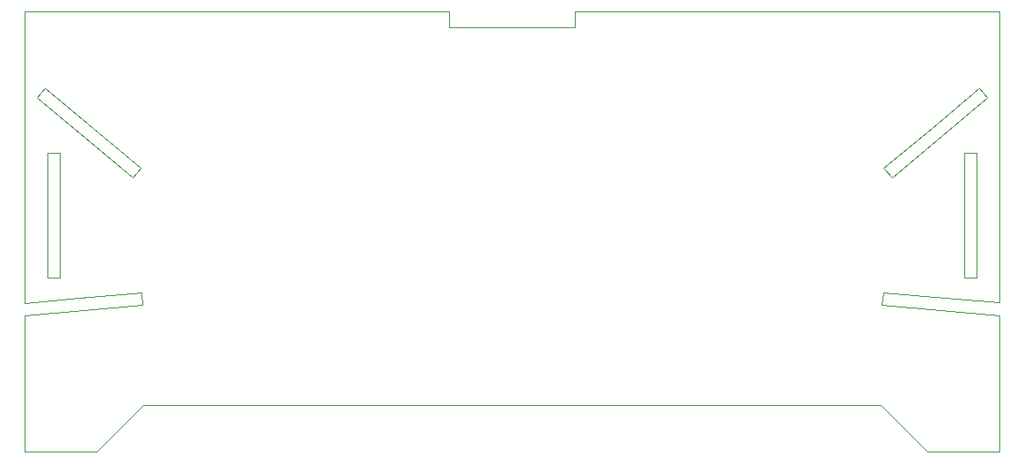
<source format=gbr>
G04 #@! TF.FileFunction,Profile,NP*
%FSLAX46Y46*%
G04 Gerber Fmt 4.6, Leading zero omitted, Abs format (unit mm)*
G04 Created by KiCad (PCBNEW 4.0.7-e2-6376~58~ubuntu16.04.1) date Sun Apr 22 15:37:14 2018*
%MOMM*%
%LPD*%
G01*
G04 APERTURE LIST*
%ADD10C,0.100000*%
G04 APERTURE END LIST*
D10*
X90550000Y22800000D02*
X90550000Y28800000D01*
X90550000Y16800000D02*
X90550000Y22800000D01*
X91750000Y16800000D02*
X90550000Y16800000D01*
X91750000Y28800000D02*
X91750000Y16800000D01*
X90550000Y28800000D02*
X91750000Y28800000D01*
X6615670Y31219600D02*
X11211900Y27362900D01*
X2019410Y35076400D02*
X6615670Y31219600D01*
X1248060Y34157100D02*
X2019410Y35076400D01*
X10440600Y26443600D02*
X1248060Y34157100D01*
X11211900Y27362900D02*
X10440600Y26443600D01*
X3450000Y28800000D02*
X3450000Y22800000D01*
X2250000Y28800000D02*
X3450000Y28800000D01*
X2250000Y16800000D02*
X2250000Y28800000D01*
X3450000Y16800000D02*
X2250000Y16800000D01*
X3450000Y22800000D02*
X3450000Y16800000D01*
X87026800Y64592D02*
X93935400Y64592D01*
X82526800Y4564590D02*
X87026800Y64592D01*
X11473200Y4564590D02*
X82526800Y4564590D01*
X6973240Y64592D02*
X11473200Y4564590D01*
X64592Y64592D02*
X6973240Y64592D01*
X64592Y13195248D02*
X64592Y64592D01*
X11379500Y14185200D02*
X64592Y13195248D01*
X11274900Y15380700D02*
X11379500Y14185200D01*
X5297710Y14857700D02*
X11274900Y15380700D01*
X64592Y14399892D02*
X5297710Y14857700D01*
X64592Y42435400D02*
X64592Y14399892D01*
X40935400Y42435400D02*
X64592Y42435400D01*
X40935400Y40935400D02*
X40935400Y42435400D01*
X53064600Y40935400D02*
X40935400Y40935400D01*
X53064600Y42435400D02*
X53064600Y40935400D01*
X93935400Y42435400D02*
X53064600Y42435400D01*
X93935400Y14409896D02*
X93935400Y42435400D01*
X88702300Y14867700D02*
X93935400Y14409896D01*
X82725100Y15390700D02*
X88702300Y14867700D01*
X82620500Y14195200D02*
X82725100Y15390700D01*
X93935400Y13205250D02*
X82620500Y14195200D01*
X93935400Y64592D02*
X93935400Y13205250D01*
X91980600Y35086400D02*
X92751900Y34167100D01*
X87384300Y31229600D02*
X91980600Y35086400D01*
X82788100Y27372900D02*
X87384300Y31229600D01*
X83559400Y26453600D02*
X82788100Y27372900D01*
X92751900Y34167100D02*
X83559400Y26453600D01*
M02*

</source>
